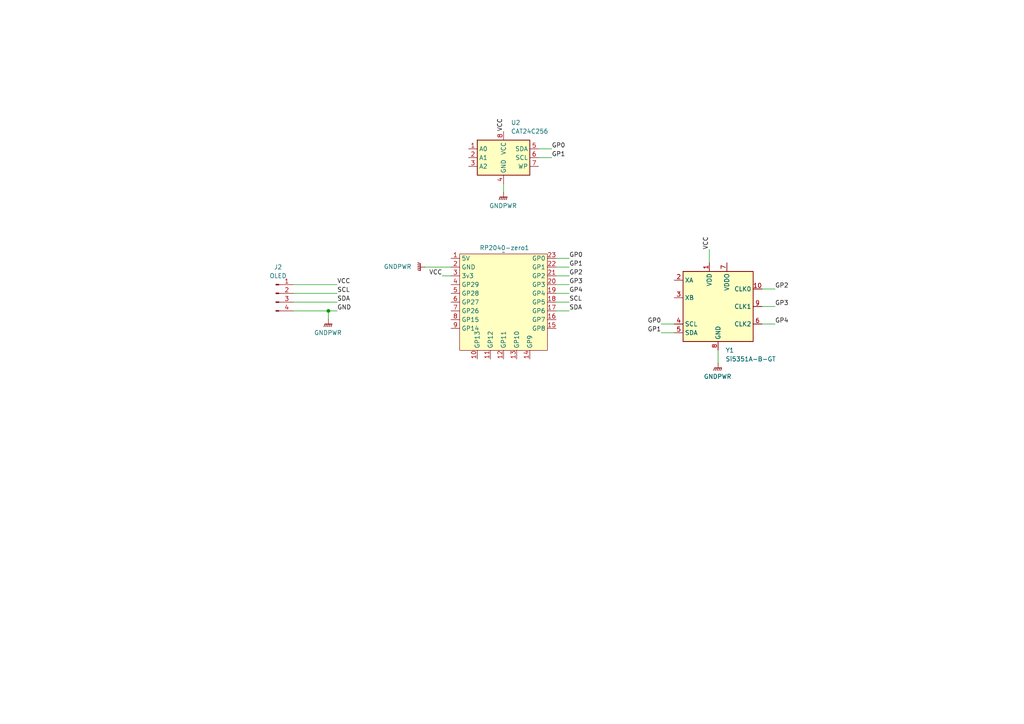
<source format=kicad_sch>
(kicad_sch (version 20250114) (generator "eeschema") (generator_version "9.0")
  (paper "A4")
  (lib_symbols
    (symbol "Connector:Conn_01x08_Pin" (pin_names (offset 1.016) (hide yes))
      (property "Reference" "J2" (at 0.635 12.7 0))
      (property "Value" "OLED" (at 0.635 10.16 0))
      (symbol "Conn_01x08_Pin_1_1"
        (rectangle (start 0.8636 7.747) (end 0 7.493) (stroke (width 0.1524)) (fill (type outline)))
        (rectangle (start 0.8636 5.207) (end 0 4.953) (stroke (width 0.1524)) (fill (type outline)))
        (rectangle (start 0.8636 2.667) (end 0 2.413) (stroke (width 0.1524)) (fill (type outline)))
        (rectangle (start 0.8636 0.127) (end 0 -0.127) (stroke (width 0.1524)) (fill (type outline)))
        (polyline (pts (xy 1.27 7.62) (xy 0.8636 7.62)) (stroke (width 0.1524)))
        (polyline (pts (xy 1.27 5.08) (xy 0.8636 5.08)) (stroke (width 0.1524)))
        (polyline (pts (xy 1.27 2.54) (xy 0.8636 2.54)) (stroke (width 0.1524)))
        (polyline (pts (xy 1.27 0) (xy 0.8636 0)) (stroke (width 0.1524)))
        (pin passive line (at 5.08 7.62 180) (length 3.81) (name "Pin_1") (number "1"))
        (pin passive line (at 5.08 5.08 180) (length 3.81) (name "Pin_2") (number "2"))
        (pin passive line (at 5.08 2.54 180) (length 3.81) (name "Pin_3") (number "3"))
        (pin passive line (at 5.08 0 180) (length 3.81) (name "Pin_4") (number "4"))
      )
    )
    (symbol "Memory_EEPROM:CAT24C256"
      (property "Reference" "U" (at -6.35 6.35 0))
      (property "Value" "CAT24C256" (at 1.27 6.35 0))
      (symbol "CAT24C256_1_1"
        (rectangle (start -7.62 5.08) (end 7.62 -5.08) (stroke (width 0.254)) (fill (type background)))
        (pin input line (at -10.16 2.54 0) (length 2.54) (name "A0") (number "1"))
        (pin input line (at -10.16 0 0) (length 2.54) (name "A1") (number "2"))
        (pin input line (at -10.16 -2.54 0) (length 2.54) (name "A2") (number "3"))
        (pin power_in line (at 0 7.62 270) (length 2.54) (name "VCC") (number "8"))
        (pin power_in line (at 0 -7.62 90) (length 2.54) (name "GND") (number "4"))
        (pin bidirectional line (at 10.16 2.54 180) (length 2.54) (name "SDA") (number "5"))
        (pin input line (at 10.16 0 180) (length 2.54) (name "SCL") (number "6"))
        (pin input line (at 10.16 -2.54 180) (length 2.54) (name "WP") (number "7"))
      )
    )
    (symbol "Oscillator:Si5351A-B-GT"
      (property "Reference" "Y" (at -8.89 11.43 0))
      (property "Value" "Si5351A-B-GT" (at -12.7 -12.7 0))
      (symbol "Si5351A-B-GT_0_1"
        (rectangle (start -10.16 10.16) (end 10.16 -10.16) (stroke (width 0.254)) (fill (type background)))
      )
      (symbol "Si5351A-B-GT_1_1"
        (pin input line (at -12.7 7.62 0) (length 2.54) (name "XA") (number "2"))
        (pin input line (at -12.7 2.54 0) (length 2.54) (name "XB") (number "3"))
        (pin input line (at -12.7 -5.08 0) (length 2.54) (name "SCL") (number "4"))
        (pin bidirectional line (at -12.7 -7.62 0) (length 2.54) (name "SDA") (number "5"))
        (pin power_in line (at -2.54 12.7 270) (length 2.54) (name "VDD") (number "1"))
        (pin power_in line (at 0 -12.7 90) (length 2.54) (name "GND") (number "8"))
        (pin power_in line (at 2.54 12.7 270) (length 2.54) (name "VDDO") (number "7"))
        (pin output line (at 12.7 5.08 180) (length 2.54) (name "CLK0") (number "10"))
        (pin output line (at 12.7 0 180) (length 2.54) (name "CLK1") (number "9"))
        (pin output line (at 12.7 -5.08 180) (length 2.54) (name "CLK2") (number "6"))
      )
    )
    (symbol "RP2040-zero:RP2040-zero"
      (property "Reference" "RP2040_0" (at 0 27.686 0))
      (symbol "RP2040-zero_1_1"
        (polyline (pts (xy -12.7 26.67) (xy 12.7 26.67) (xy 12.7 -1.27) (xy -12.7 -1.27) (xy -12.7 26.67)) (fill (type background)))
        (pin power_in line (at -15.24 25.4 0) (length 2.54) (name "5V") (number "1"))
        (pin power_in line (at -15.24 22.86 0) (length 2.54) (name "GND") (number "2"))
        (pin power_out line (at -15.24 20.32 0) (length 2.54) (name "3v3") (number "3"))
        (pin bidirectional line (at -15.24 17.78 0) (length 2.54) (name "GP29") (number "4"))
        (pin bidirectional line (at -15.24 15.24 0) (length 2.54) (name "GP28") (number "5"))
        (pin bidirectional line (at -15.24 12.7 0) (length 2.54) (name "GP27") (number "6"))
        (pin bidirectional line (at -15.24 10.16 0) (length 2.54) (name "GP26") (number "7"))
        (pin bidirectional line (at -15.24 7.62 0) (length 2.54) (name "GP15") (number "8"))
        (pin bidirectional line (at -15.24 5.08 0) (length 2.54) (name "GP14") (number "9"))
        (pin bidirectional line (at -7.62 -3.81 90) (length 2.54) (name "GP13") (number "10"))
        (pin bidirectional line (at -3.81 -3.81 90) (length 2.54) (name "GP12") (number "11"))
        (pin bidirectional line (at 0 -3.81 90) (length 2.54) (name "GP11") (number "12"))
        (pin bidirectional line (at 3.81 -3.81 90) (length 2.54) (name "GP10") (number "13"))
        (pin bidirectional line (at 7.62 -3.81 90) (length 2.54) (name "GP9") (number "14"))
        (pin bidirectional line (at 15.24 25.4 180) (length 2.54) (name "GP0") (number "23"))
        (pin bidirectional line (at 15.24 22.86 180) (length 2.54) (name "GP1") (number "22"))
        (pin bidirectional line (at 15.24 20.32 180) (length 2.54) (name "GP2") (number "21"))
        (pin bidirectional line (at 15.24 17.78 180) (length 2.54) (name "GP3") (number "20"))
        (pin bidirectional line (at 15.24 15.24 180) (length 2.54) (name "GP4") (number "19"))
        (pin bidirectional line (at 15.24 12.7 180) (length 2.54) (name "GP5") (number "18"))
        (pin bidirectional line (at 15.24 10.16 180) (length 2.54) (name "GP6") (number "17"))
        (pin bidirectional line (at 15.24 7.62 180) (length 2.54) (name "GP7") (number "16"))
        (pin bidirectional line (at 15.24 5.08 180) (length 2.54) (name "GP8") (number "15"))
      )
    )
    (symbol "power:GNDPWR" (power) (pin_numbers (hide yes)) (pin_names (offset 0) (hide yes))
      (property "Value" "GNDPWR" (at 0 -3.302 0))
      (symbol "GNDPWR_0_1"
        (polyline (pts (xy -1.016 -1.27) (xy -1.27 -2.032) (xy -1.27 -2.032)) (stroke (width 0.2032)))
        (polyline (pts (xy -0.508 -1.27) (xy -0.762 -2.032) (xy -0.762 -2.032)) (stroke (width 0.2032)))
        (polyline (pts (xy 0 -1.27) (xy 0 0)))
        (polyline (pts (xy 0 -1.27) (xy -0.254 -2.032) (xy -0.254 -2.032)) (stroke (width 0.2032)))
        (polyline (pts (xy 0.508 -1.27) (xy 0.254 -2.032) (xy 0.254 -2.032)) (stroke (width 0.2032)))
        (polyline (pts (xy 1.016 -1.27) (xy -1.016 -1.27) (xy -1.016 -1.27)) (stroke (width 0.2032)))
        (polyline (pts (xy 1.016 -1.27) (xy 0.762 -2.032) (xy 0.762 -2.032) (xy 0.762 -2.032)) (stroke (width 0.2032)))
      )
      (symbol "GNDPWR_1_1"
        (pin power_in line (at 0 0 270) (length 0) (name "~") (number "1"))
      )
    )
  )
  (junction (at 95.25 90.17))
  (wire (pts (xy 220.98 93.98) (xy 224.79 93.98)))
  (wire (pts (xy 161.29 80.01) (xy 165.1 80.01)))
  (wire (pts (xy 161.29 87.63) (xy 165.1 87.63)))
  (wire (pts (xy 128.27 80.01) (xy 130.81 80.01)))
  (wire (pts (xy 123.19 77.47) (xy 130.81 77.47)))
  (wire (pts (xy 208.28 101.6) (xy 208.28 105.41)))
  (wire (pts (xy 156.21 43.18) (xy 160.02 43.18)))
  (wire (pts (xy 85.09 85.09) (xy 97.79 85.09)))
  (wire (pts (xy 85.09 90.17) (xy 95.25 90.17)))
  (wire (pts (xy 161.29 82.55) (xy 165.1 82.55)))
  (wire (pts (xy 161.29 77.47) (xy 165.1 77.47)))
  (wire (pts (xy 161.29 90.17) (xy 165.1 90.17)))
  (wire (pts (xy 220.98 83.82) (xy 224.79 83.82)))
  (wire (pts (xy 85.09 82.55) (xy 97.79 82.55)))
  (wire (pts (xy 220.98 88.9) (xy 224.79 88.9)))
  (wire (pts (xy 205.74 72.39) (xy 205.74 76.2)))
  (wire (pts (xy 95.25 90.17) (xy 97.79 90.17)))
  (wire (pts (xy 156.21 45.72) (xy 160.02 45.72)))
  (wire (pts (xy 191.77 96.52) (xy 195.58 96.52)))
  (wire (pts (xy 146.05 53.34) (xy 146.05 55.88)))
  (wire (pts (xy 85.09 87.63) (xy 97.79 87.63)))
  (wire (pts (xy 161.29 74.93) (xy 165.1 74.93)))
  (wire (pts (xy 191.77 93.98) (xy 195.58 93.98)))
  (wire (pts (xy 95.25 90.17) (xy 95.25 92.71)))
  (wire (pts (xy 161.29 85.09) (xy 165.1 85.09)))
  (label "GP0" (at 160.02 43.18 0))
  (label "SCL" (at 97.79 85.09 0))
  (label "SDA" (at 97.79 87.63 0))
  (label "GP2" (at 165.1 80.01 0))
  (label "SCL" (at 165.1 87.63 0))
  (label "GND" (at 97.79 90.17 0))
  (label "SDA" (at 165.1 90.17 0))
  (label "VCC" (at 205.74 72.39 90))
  (label "GP0" (at 191.77 93.98 180))
  (label "GP1" (at 165.1 77.47 0))
  (label "VCC" (at 97.79 82.55 0))
  (label "GP0" (at 165.1 74.93 0))
  (label "VCC" (at 128.27 80.01 180))
  (label "GP4" (at 224.79 93.98 0))
  (label "GP1" (at 191.77 96.52 180))
  (label "VCC" (at 146.05 38.1 90))
  (label "GP4" (at 165.1 85.09 0))
  (label "GP3" (at 165.1 82.55 0))
  (label "GP1" (at 160.02 45.72 0))
  (label "GP2" (at 224.79 83.82 0))
  (label "GP3" (at 224.79 88.9 0))
  (symbol (lib_id "power:GNDPWR") (at 95.25 92.71 0) (unit 1)
    (property "Reference" "#PWR04" (effects (hide yes)))
    (property "Value" "GNDPWR" (at 95.123 96.52 0))
    (property "Description" "Power symbol creates a global label with name \"GNDPWR\" , global ground" (effects (hide yes)))
  )
  (symbol (lib_id "Oscillator:Si5351A-B-GT") (at 208.28 88.9 0) (unit 1)
    (property "Reference" "Y1" (at 210.4233 101.6 0) (effects (justify left)))
    (property "Value" "Si5351A-B-GT" (at 210.4233 104.14 0) (effects (justify left)))
    (property "Footprint" "Package_SO:MSOP-10_3x3mm_P0.5mm" (effects (hide yes)))
    (property "Datasheet" "https://www.silabs.com/documents/public/data-sheets/Si5351-B.pdf" (effects (hide yes)))
    (property "Description" "I2C Programmable Any-Frequency CMOS Clock Generator, MSOP-8" (effects (hide yes)))
  )
  (symbol (lib_id "Memory_EEPROM:CAT24C256") (at 146.05 45.72 0) (unit 1)
    (property "Reference" "U2" (at 148.1933 35.56 0) (effects (justify left)))
    (property "Value" "CAT24C256" (at 148.1933 38.1 0) (effects (justify left)))
    (property "Datasheet" "https://www.onsemi.cn/PowerSolutions/document/CAT24C256-D.PDF" (effects (hide yes)))
    (property "Description" "256 kb CMOS Serial EEPROM, DIP-8/SOIC-8/TSSOP-8/DFN-8" (effects (hide yes)))
  )
  (symbol (lib_id "RP2040-zero:RP2040-zero") (at 146.05 100.33 0) (unit 1)
    (property "Reference" "RP2040-zero1" (at 146.304 71.882 0))
    (property "Value" "~" (at 146.05 73.152 0))
    (property "Footprint" "RP2040-zero:RP2040_0" (effects (hide yes)))
  )
  (symbol (lib_id "power:GNDPWR") (at 208.28 105.41 0) (unit 1)
    (property "Reference" "#PWR03" (effects (hide yes)))
    (property "Value" "GNDPWR" (at 208.153 109.22 0))
    (property "Description" "Power symbol creates a global label with name \"GNDPWR\" , global ground" (effects (hide yes)))
  )
  (symbol (lib_id "power:GNDPWR") (at 146.05 55.88 0) (unit 1)
    (property "Reference" "#PWR02" (effects (hide yes)))
    (property "Value" "GNDPWR" (at 145.923 59.69 0))
    (property "Description" "Power symbol creates a global label with name \"GNDPWR\" , global ground" (effects (hide yes)))
  )
  (symbol (lib_id "power:GNDPWR") (at 123.19 77.47 270) (unit 1)
    (property "Reference" "#PWR01" (effects (hide yes)))
    (property "Value" "GNDPWR" (at 119.38 77.3429 90) (effects (justify right)))
    (property "Description" "Power symbol creates a global label with name \"GNDPWR\" , global ground" (effects (hide yes)))
  )
  (symbol (lib_id "Connector:Conn_01x08_Pin") (at 80.01 90.17 0) (unit 1)
    (property "Reference" "J2" (at 80.645 77.47 0))
    (property "Value" "OLED" (at 80.645 80.01 0))
    (property "Footprint" "OLED_fp:OLED" (effects (hide yes)))
    (property "Description" "Generic connector, single row, 01x08, script generated" (effects (hide yes)))
  )
)
</source>
